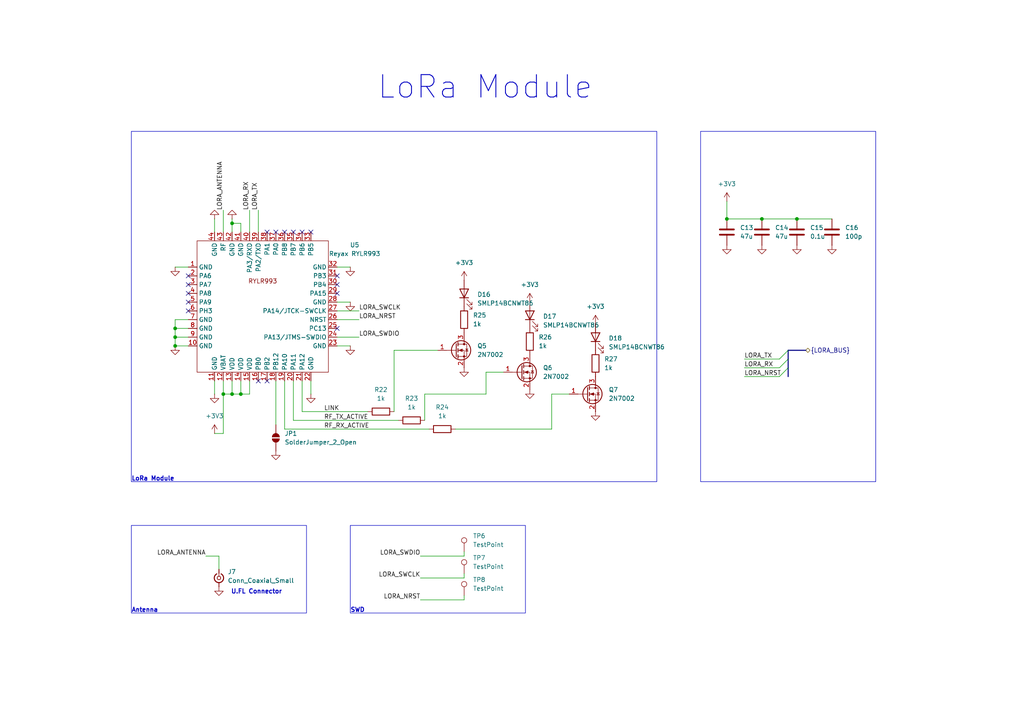
<source format=kicad_sch>
(kicad_sch (version 20250114) (generator "eeschema") (generator_version "9.0")
  (paper "A4")
  (title_block (title "${BOARD_NAME}") (date "${RELEASE_DATE}") (rev "${REVISION}") (company "${COMPANY}") (comment 1 "${VARIANT}"))
  (lib_symbols
    (symbol "Connector:Conn_Coaxial_Small" (pin_numbers (hide yes)) (pin_names (offset 1.016) (hide yes))
      (property "Reference" "J" (at 0.254 3.048 0))
      (property "Value" "Conn_Coaxial_Small" (at 0 -3.81 0))
      (symbol "Conn_Coaxial_Small_0_1"
        (polyline (pts (xy -2.54 0) (xy -0.508 0)))
        (circle (center 0 0) (radius 0.508) (stroke (width 0.2032)))
      )
      (symbol "Conn_Coaxial_Small_1_1"
        (arc (start 1.3484 0.0039) (mid 0.327 -1.308) (end -1.1916 -0.6311) (stroke (width 0.3048)))
        (arc (start -1.1916 0.6311) (mid 0.327 1.3081) (end 1.3484 -0.0039) (stroke (width 0.3048)))
        (pin passive line (at -2.54 0 0) (length 1.27) (name "In") (number "1"))
        (pin passive line (at 2.54 0 180) (length 1.27) (name "Ext") (number "2"))
      )
    )
    (symbol "Connector:TestPoint" (pin_numbers (hide yes)) (pin_names (offset 0.762) (hide yes))
      (property "Reference" "TP" (at 0 6.858 0))
      (property "Value" "TestPoint" (at 0 5.08 0))
      (symbol "TestPoint_0_1"
        (circle (center 0 3.302) (radius 0.762))
      )
      (symbol "TestPoint_1_1"
        (pin passive line (at 0 0 90) (length 2.54) (name "1") (number "1"))
      )
    )
    (symbol "Device:C" (pin_numbers (hide yes)) (pin_names (offset 0.254))
      (property "Reference" "C" (at 0.635 2.54 0))
      (property "Value" "C" (at 0.635 -2.54 0))
      (symbol "C_0_1"
        (polyline (pts (xy -2.032 0.762) (xy 2.032 0.762)) (stroke (width 0.508)))
        (polyline (pts (xy -2.032 -0.762) (xy 2.032 -0.762)) (stroke (width 0.508)))
      )
      (symbol "C_1_1"
        (pin passive line (at 0 3.81 270) (length 2.794) (name "~") (number "1"))
        (pin passive line (at 0 -3.81 90) (length 2.794) (name "~") (number "2"))
      )
    )
    (symbol "Device:LED" (pin_numbers (hide yes)) (pin_names (offset 1.016) (hide yes))
      (property "Reference" "D" (at 0 2.54 0))
      (property "Value" "LED" (at 0 -2.54 0))
      (symbol "LED_0_1"
        (polyline (pts (xy -3.048 -0.762) (xy -4.572 -2.286) (xy -3.81 -2.286) (xy -4.572 -2.286) (xy -4.572 -1.524)))
        (polyline (pts (xy -1.778 -0.762) (xy -3.302 -2.286) (xy -2.54 -2.286) (xy -3.302 -2.286) (xy -3.302 -1.524)))
        (polyline (pts (xy -1.27 0) (xy 1.27 0)))
        (polyline (pts (xy -1.27 -1.27) (xy -1.27 1.27)) (stroke (width 0.254)))
        (polyline (pts (xy 1.27 -1.27) (xy 1.27 1.27) (xy -1.27 0) (xy 1.27 -1.27)) (stroke (width 0.254)))
      )
      (symbol "LED_1_1"
        (pin passive line (at -3.81 0 0) (length 2.54) (name "K") (number "1"))
        (pin passive line (at 3.81 0 180) (length 2.54) (name "A") (number "2"))
      )
    )
    (symbol "Device:R" (pin_numbers (hide yes)) (pin_names (offset 0))
      (property "Reference" "R" (at 2.032 0 90))
      (property "Value" "R" (at 0 0 90))
      (symbol "R_0_1"
        (rectangle (start -1.016 -2.54) (end 1.016 2.54) (stroke (width 0.254)))
      )
      (symbol "R_1_1"
        (pin passive line (at 0 3.81 270) (length 1.27) (name "~") (number "1"))
        (pin passive line (at 0 -3.81 90) (length 1.27) (name "~") (number "2"))
      )
    )
    (symbol "Jumper:SolderJumper_2_Open" (pin_numbers (hide yes)) (pin_names (offset 0) (hide yes)) (in_bom no)
      (property "Reference" "JP" (at 0 2.032 0))
      (property "Value" "SolderJumper_2_Open" (at 0 -2.54 0))
      (symbol "SolderJumper_2_Open_0_1"
        (polyline (pts (xy -0.254 1.016) (xy -0.254 -1.016)))
        (arc (start -0.254 -1.016) (mid -1.2656 0) (end -0.254 1.016))
        (arc (start -0.254 -1.016) (mid -1.2656 0) (end -0.254 1.016) (fill (type outline)))
        (arc (start 0.254 1.016) (mid 1.2656 0) (end 0.254 -1.016))
        (arc (start 0.254 1.016) (mid 1.2656 0) (end 0.254 -1.016) (fill (type outline)))
        (polyline (pts (xy 0.254 1.016) (xy 0.254 -1.016)))
      )
      (symbol "SolderJumper_2_Open_1_1"
        (pin passive line (at -3.81 0 0) (length 2.54) (name "A") (number "1"))
        (pin passive line (at 3.81 0 180) (length 2.54) (name "B") (number "2"))
      )
    )
    (symbol "Reyax_LoRa:RYLR993"
      (property "Reference" "U" (at 0 0 0))
      (property "Value" "Reyax RYL993" (at 0 0 0))
      (symbol "RYLR993_0_1"
        (rectangle (start -19.05 19.05) (end 19.05 -19.05))
      )
      (symbol "RYLR993_1_1"
        (text "RYLR993" (at 0 7.366 0) (effects (font (size 1.27 1.27))))
        (pin power_in line (at -21.59 11.43 0) (length 2.54) (name "GND") (number "1"))
        (pin bidirectional line (at -21.59 8.89 0) (length 2.54) (name "PA6") (number "2"))
        (pin bidirectional line (at -21.59 6.35 0) (length 2.54) (name "PA7") (number "3"))
        (pin bidirectional line (at -21.59 3.81 0) (length 2.54) (name "PA8") (number "4"))
        (pin bidirectional line (at -21.59 1.27 0) (length 2.54) (name "PA9") (number "5"))
        (pin input line (at -21.59 -1.27 0) (length 2.54) (name "PH3") (number "6"))
        (pin power_in line (at -21.59 -3.81 0) (length 2.54) (name "GND") (number "7"))
        (pin power_in line (at -21.59 -6.35 0) (length 2.54) (name "GND") (number "8"))
        (pin power_in line (at -21.59 -8.89 0) (length 2.54) (name "GND") (number "9"))
        (pin power_in line (at -21.59 -11.43 0) (length 2.54) (name "GND") (number "10"))
        (pin power_in line (at -13.97 21.59 270) (length 2.54) (name "GND") (number "44"))
        (pin power_in line (at -13.97 -21.59 90) (length 2.54) (name "GND") (number "11"))
        (pin bidirectional line (at -11.43 21.59 270) (length 2.54) (name "RF") (number "43"))
        (pin power_in line (at -11.43 -21.59 90) (length 2.54) (name "VBAT") (number "12"))
        (pin power_in line (at -8.89 21.59 270) (length 2.54) (name "GND") (number "42"))
        (pin power_in line (at -8.89 -21.59 90) (length 2.54) (name "VDD") (number "13"))
        (pin power_in line (at -6.35 21.59 270) (length 2.54) (name "GND") (number "41"))
        (pin power_in line (at -6.35 -21.59 90) (length 2.54) (name "VDD") (number "14"))
        (pin input line (at -3.81 21.59 270) (length 2.54) (name "PA3/RXD") (number "40"))
        (pin power_in line (at -3.81 -21.59 90) (length 2.54) (name "VDD") (number "15"))
        (pin output line (at -1.27 21.59 270) (length 2.54) (name "PA2/TXD") (number "39"))
        (pin bidirectional line (at -1.27 -21.59 90) (length 2.54) (name "PB0") (number "16"))
        (pin bidirectional line (at 1.27 21.59 270) (length 2.54) (name "PA1") (number "38"))
        (pin bidirectional line (at 1.27 -21.59 90) (length 2.54) (name "PB2") (number "17"))
        (pin bidirectional line (at 3.81 21.59 270) (length 2.54) (name "PA0") (number "37"))
        (pin bidirectional line (at 3.81 -21.59 90) (length 2.54) (name "PB12") (number "18"))
        (pin bidirectional line (at 6.35 21.59 270) (length 2.54) (name "PB8") (number "36"))
        (pin output line (at 6.35 -21.59 90) (length 2.54) (name "PA10") (number "19"))
        (pin bidirectional line (at 8.89 21.59 270) (length 2.54) (name "PB7") (number "35"))
        (pin output line (at 8.89 -21.59 90) (length 2.54) (name "PA11") (number "20"))
        (pin bidirectional line (at 11.43 21.59 270) (length 2.54) (name "PB6") (number "34"))
        (pin output line (at 11.43 -21.59 90) (length 2.54) (name "PA12") (number "21"))
        (pin bidirectional line (at 13.97 21.59 270) (length 2.54) (name "PB5") (number "33"))
        (pin power_in line (at 13.97 -21.59 90) (length 2.54) (name "GND") (number "22"))
        (pin power_in line (at 21.59 11.43 180) (length 2.54) (name "GND") (number "32"))
        (pin bidirectional line (at 21.59 8.89 180) (length 2.54) (name "PB3") (number "31"))
        (pin bidirectional line (at 21.59 6.35 180) (length 2.54) (name "PB4") (number "30"))
        (pin bidirectional line (at 21.59 3.81 180) (length 2.54) (name "PA15") (number "29"))
        (pin power_in line (at 21.59 1.27 180) (length 2.54) (name "GND") (number "28"))
        (pin bidirectional line (at 21.59 -1.27 180) (length 2.54) (name "PA14/JTCK-SWCLK") (number "27"))
        (pin input line (at 21.59 -3.81 180) (length 2.54) (name "NRST") (number "26"))
        (pin bidirectional line (at 21.59 -6.35 180) (length 2.54) (name "PC13") (number "25"))
        (pin bidirectional line (at 21.59 -8.89 180) (length 2.54) (name "PA13/JTMS-SWDIO") (number "24"))
        (pin power_in line (at 21.59 -11.43 180) (length 2.54) (name "GND") (number "23"))
      )
    )
    (symbol "Transistor_FET:2N7002" (pin_names (offset 0) (hide yes))
      (property "Reference" "Q" (at 5.08 1.905 0))
      (property "Value" "2N7002" (at 5.08 0 0))
      (symbol "2N7002_0_1"
        (polyline (pts (xy 0.254 1.905) (xy 0.254 -1.905)) (stroke (width 0.254)))
        (polyline (pts (xy 0.254 0) (xy -2.54 0)))
        (polyline (pts (xy 0.762 2.286) (xy 0.762 1.27)) (stroke (width 0.254)))
        (polyline (pts (xy 0.762 0.508) (xy 0.762 -0.508)) (stroke (width 0.254)))
        (polyline (pts (xy 0.762 -1.27) (xy 0.762 -2.286)) (stroke (width 0.254)))
        (polyline (pts (xy 0.762 -1.778) (xy 3.302 -1.778) (xy 3.302 1.778) (xy 0.762 1.778)))
        (polyline (pts (xy 1.016 0) (xy 2.032 0.381) (xy 2.032 -0.381) (xy 1.016 0)) (fill (type outline)))
        (circle (center 1.651 0) (radius 2.794) (stroke (width 0.254)))
        (polyline (pts (xy 2.54 2.54) (xy 2.54 1.778)))
        (circle (center 2.54 1.778) (radius 0.254) (fill (type outline)))
        (circle (center 2.54 -1.778) (radius 0.254) (fill (type outline)))
        (polyline (pts (xy 2.54 -2.54) (xy 2.54 0) (xy 0.762 0)))
        (polyline (pts (xy 2.921 0.381) (xy 3.683 0.381)))
        (polyline (pts (xy 3.302 0.381) (xy 2.921 -0.254) (xy 3.683 -0.254) (xy 3.302 0.381)))
      )
      (symbol "2N7002_1_1"
        (pin input line (at -5.08 0 0) (length 2.54) (name "G") (number "1"))
        (pin passive line (at 2.54 5.08 270) (length 2.54) (name "D") (number "3"))
        (pin passive line (at 2.54 -5.08 90) (length 2.54) (name "S") (number "2"))
      )
    )
    (symbol "power:+3V3" (power) (pin_numbers (hide yes)) (pin_names (offset 0) (hide yes))
      (property "Value" "+3V3" (at 0 3.556 0))
      (symbol "+3V3_0_1"
        (polyline (pts (xy -0.762 1.27) (xy 0 2.54)))
        (polyline (pts (xy 0 2.54) (xy 0.762 1.27)))
        (polyline (pts (xy 0 0) (xy 0 2.54)))
      )
      (symbol "+3V3_1_1"
        (pin power_in line (at 0 0 90) (length 0) (name "~") (number "1"))
      )
    )
    (symbol "power:GND" (power) (pin_numbers (hide yes)) (pin_names (offset 0) (hide yes))
      (property "Value" "GND" (at 0 -3.81 0))
      (symbol "GND_0_1"
        (polyline (pts (xy 0 0) (xy 0 -1.27) (xy 1.27 -1.27) (xy 0 -2.54) (xy -1.27 -1.27) (xy 0 -1.27)))
      )
      (symbol "GND_1_1"
        (pin power_in line (at 0 0 270) (length 0) (name "~") (number "1"))
      )
    )
  )
  (bus_alias "LORA_BUS" (members "LORA_TX" "LORA_RX" "LORA_NRST"))
  (rectangle (start 101.6 152.4) (end 152.4 177.8))
  (rectangle (start 38.1 38.1) (end 190.5 139.7))
  (rectangle (start 38.1 152.4) (end 88.9 177.8))
  (rectangle (start 203.2 38.1) (end 254 139.7))
  (text "U.FL Connector" (at 74.422 171.704 0) (effects (font (size 1.27 1.27) (thickness 0.254) (bold yes))))
  (text "Antenna" (at 38.1 177.8 0) (effects (font (size 1.27 1.27) (thickness 0.254) (bold yes)) (justify left bottom)))
  (text "SWD" (at 101.6 177.8 0) (effects (font (size 1.27 1.27) (thickness 0.254) (bold yes)) (justify left bottom)))
  (text "LoRa Module" (at 140.716 25.4 0) (effects (font (size 6.5024 6.5024) (thickness 0.254) (bold yes))))
  (text "LoRa Module" (at 38.1 139.7 0) (effects (font (size 1.27 1.27) (thickness 0.254) (bold yes)) (justify left bottom)))
  (junction (at 67.31 114.3))
  (junction (at 220.98 63.5))
  (junction (at 50.8 97.79))
  (junction (at 50.8 95.25))
  (junction (at 50.8 100.33))
  (junction (at 210.82 63.5))
  (junction (at 64.77 114.3))
  (junction (at 67.31 64.77))
  (junction (at 231.14 63.5))
  (junction (at 69.85 114.3))
  (no_connect (at 77.47 110.49))
  (no_connect (at 80.01 67.31))
  (no_connect (at 97.79 85.09))
  (no_connect (at 97.79 95.25))
  (no_connect (at 82.55 67.31))
  (no_connect (at 54.61 85.09))
  (no_connect (at 74.93 110.49))
  (no_connect (at 54.61 87.63))
  (no_connect (at 77.47 67.31))
  (no_connect (at 90.17 67.31))
  (no_connect (at 54.61 82.55))
  (no_connect (at 97.79 82.55))
  (no_connect (at 54.61 80.01))
  (no_connect (at 85.09 67.31))
  (no_connect (at 87.63 67.31))
  (no_connect (at 97.79 80.01))
  (no_connect (at 54.61 90.17))
  (bus_entry (at 228.6 101.6) (size -2.54 2.54))
  (bus_entry (at 228.6 104.14) (size -2.54 2.54))
  (bus_entry (at 228.6 106.68) (size -2.54 2.54))
  (wire (pts (xy 97.79 100.33) (xy 101.6 100.33)))
  (wire (pts (xy 54.61 92.71) (xy 50.8 92.71)))
  (wire (pts (xy 62.23 110.49) (xy 62.23 114.3)))
  (wire (pts (xy 85.09 110.49) (xy 85.09 121.92)))
  (wire (pts (xy 67.31 110.49) (xy 67.31 114.3)))
  (wire (pts (xy 97.79 77.47) (xy 101.6 77.47)))
  (wire (pts (xy 123.19 114.3) (xy 140.97 114.3)))
  (wire (pts (xy 104.14 90.17) (xy 97.79 90.17)))
  (wire (pts (xy 87.63 119.38) (xy 106.68 119.38)))
  (wire (pts (xy 134.62 167.64) (xy 121.92 167.64)))
  (bus (pts (xy 233.68 101.6) (xy 228.6 101.6)))
  (wire (pts (xy 134.62 167.64) (xy 134.62 166.37)))
  (wire (pts (xy 132.08 124.46) (xy 160.02 124.46)))
  (wire (pts (xy 210.82 63.5) (xy 220.98 63.5)))
  (wire (pts (xy 160.02 114.3) (xy 165.1 114.3)))
  (wire (pts (xy 140.97 114.3) (xy 140.97 107.95)))
  (wire (pts (xy 69.85 110.49) (xy 69.85 114.3)))
  (wire (pts (xy 74.93 60.96) (xy 74.93 67.31)))
  (wire (pts (xy 215.9 104.14) (xy 226.06 104.14)))
  (wire (pts (xy 134.62 173.99) (xy 121.92 173.99)))
  (wire (pts (xy 64.77 125.73) (xy 62.23 125.73)))
  (wire (pts (xy 50.8 97.79) (xy 54.61 97.79)))
  (wire (pts (xy 134.62 161.29) (xy 121.92 161.29)))
  (wire (pts (xy 80.01 110.49) (xy 80.01 123.19)))
  (wire (pts (xy 87.63 110.49) (xy 87.63 119.38)))
  (wire (pts (xy 50.8 95.25) (xy 50.8 97.79)))
  (wire (pts (xy 69.85 114.3) (xy 67.31 114.3)))
  (wire (pts (xy 215.9 106.68) (xy 226.06 106.68)))
  (wire (pts (xy 59.69 161.29) (xy 63.5 161.29)))
  (wire (pts (xy 82.55 124.46) (xy 82.55 110.49)))
  (wire (pts (xy 64.77 110.49) (xy 64.77 114.3)))
  (wire (pts (xy 231.14 63.5) (xy 241.3 63.5)))
  (wire (pts (xy 50.8 95.25) (xy 54.61 95.25)))
  (wire (pts (xy 160.02 124.46) (xy 160.02 114.3)))
  (wire (pts (xy 63.5 161.29) (xy 63.5 165.1)))
  (bus (pts (xy 228.6 104.14) (xy 228.6 106.68)))
  (wire (pts (xy 64.77 114.3) (xy 64.77 125.73)))
  (wire (pts (xy 72.39 60.96) (xy 72.39 67.31)))
  (wire (pts (xy 210.82 58.42) (xy 210.82 63.5)))
  (wire (pts (xy 104.14 97.79) (xy 97.79 97.79)))
  (wire (pts (xy 140.97 107.95) (xy 146.05 107.95)))
  (wire (pts (xy 134.62 161.29) (xy 134.62 160.02)))
  (wire (pts (xy 50.8 92.71) (xy 50.8 95.25)))
  (wire (pts (xy 67.31 114.3) (xy 64.77 114.3)))
  (bus (pts (xy 228.6 101.6) (xy 228.6 104.14)))
  (wire (pts (xy 50.8 77.47) (xy 54.61 77.47)))
  (wire (pts (xy 67.31 64.77) (xy 69.85 64.77)))
  (wire (pts (xy 104.14 92.71) (xy 97.79 92.71)))
  (wire (pts (xy 67.31 63.5) (xy 67.31 64.77)))
  (wire (pts (xy 62.23 63.5) (xy 62.23 67.31)))
  (wire (pts (xy 134.62 173.99) (xy 134.62 172.72)))
  (bus (pts (xy 228.6 106.68) (xy 228.6 109.22)))
  (wire (pts (xy 64.77 60.96) (xy 64.77 67.31)))
  (wire (pts (xy 220.98 63.5) (xy 231.14 63.5)))
  (wire (pts (xy 50.8 97.79) (xy 50.8 100.33)))
  (wire (pts (xy 114.3 101.6) (xy 127 101.6)))
  (wire (pts (xy 85.09 121.92) (xy 115.57 121.92)))
  (wire (pts (xy 69.85 64.77) (xy 69.85 67.31)))
  (wire (pts (xy 72.39 110.49) (xy 72.39 114.3)))
  (wire (pts (xy 90.17 110.49) (xy 90.17 114.3)))
  (wire (pts (xy 215.9 109.22) (xy 226.06 109.22)))
  (wire (pts (xy 82.55 124.46) (xy 124.46 124.46)))
  (wire (pts (xy 50.8 100.33) (xy 54.61 100.33)))
  (wire (pts (xy 97.79 87.63) (xy 101.6 87.63)))
  (wire (pts (xy 67.31 64.77) (xy 67.31 67.31)))
  (wire (pts (xy 72.39 114.3) (xy 69.85 114.3)))
  (wire (pts (xy 114.3 119.38) (xy 114.3 101.6)))
  (wire (pts (xy 123.19 121.92) (xy 123.19 114.3)))
  (label "LORA_ANTENNA" (at 64.77 60.96 90))
  (label "LORA_NRST" (at 121.92 173.99 180))
  (label "LORA_ANTENNA" (at 59.69 161.29 180))
  (label "LORA_NRST" (at 104.14 92.71 0))
  (label "LORA_SWCLK" (at 104.14 90.17 0))
  (label "LORA_TX" (at 74.93 60.96 90))
  (label "LORA_NRST" (at 215.9 109.22 0))
  (label "LORA_RX" (at 215.9 106.68 0))
  (label "LINK" (at 93.98 119.38 0))
  (label "LORA_RX" (at 72.39 60.96 90))
  (label "LORA_SWCLK" (at 121.92 167.64 180))
  (label "LORA_SWDIO" (at 121.92 161.29 180))
  (label "RF_RX_ACTIVE" (at 93.98 124.46 0))
  (label "LORA_TX" (at 215.9 104.14 0))
  (label "LORA_SWDIO" (at 104.14 97.79 0))
  (label "RF_TX_ACTIVE" (at 93.98 121.92 0))
  (hierarchical_label "{LORA_BUS}" (shape bidirectional) (at 233.68 101.6 0))
  (symbol (lib_id "Device:C") (at 210.82 67.31 0) (unit 1)
    (property "Reference" "C13" (at 214.63 66.0399 0) (effects (justify left)))
    (property "Value" "47u" (at 214.63 68.5799 0) (effects (justify left)))
    (property "Footprint" "Capacitor_SMD:C_0805_2012Metric" (effects (hide yes)))
    (property "Datasheet" "https://www.samsungsem.com/resources/file/global/support/product_catalog/MLCC.pdf" (effects (hide yes)))
    (property "Description" "Unpolarized capacitor" (effects (hide yes)))
    (property "JLC Part Type" "Basic" (effects (hide yes)))
    (property "Manafacturer" "Samsung Electro-Mechanics" (effects (hide yes)))
    (property "Part Number" "CL21A476MQYNNNE" (effects (hide yes)))
  )
  (symbol (lib_id "Device:R") (at 153.67 99.06 180) (unit 1)
    (property "Reference" "R26" (at 156.21 97.7899 0) (effects (justify right)))
    (property "Value" "1k" (at 156.21 100.3299 0) (effects (justify right)))
    (property "Footprint" "Resistor_SMD:R_0402_1005Metric_Pad0.72x0.64mm_HandSolder" (effects (hide yes)))
    (property "Datasheet" "https://www.mouser.com/datasheet/3/5925/1/1.pdf" (effects (hide yes)))
    (property "Description" "Resistor" (effects (hide yes)))
    (property "JLC Part Type" "Basic" (effects (hide yes)))
    (property "Manafacturer" "Royalohm" (effects (hide yes)))
    (property "Part Number" "0402WGF1001TCE" (effects (hide yes)))
  )
  (symbol (lib_id "power:+3V3") (at 153.67 87.63 0) (unit 1)
    (property "Reference" "#PWR073" (effects (hide yes)))
    (property "Value" "+3V3" (at 153.67 82.55 0))
    (property "Description" "Power symbol creates a global label with name \"+3V3\"" (effects (hide yes)))
  )
  (symbol (lib_id "power:GND") (at 231.14 71.12 0) (unit 1)
    (property "Reference" "#PWR080" (effects (hide yes)))
    (property "Value" "GND" (effects (hide yes)))
    (property "Description" "Power symbol creates a global label with name \"GND\" , ground" (effects (hide yes)))
  )
  (symbol (lib_id "Device:C") (at 231.14 67.31 0) (unit 1)
    (property "Reference" "C15" (at 234.95 66.0399 0) (effects (justify left)))
    (property "Value" "0.1u" (at 234.95 68.5799 0) (effects (justify left)))
    (property "Footprint" "Capacitor_SMD:C_0402_1005Metric" (effects (hide yes)))
    (property "Datasheet" "https://www.samsungsem.com/resources/file/global/support/product_catalog/MLCC.pdf" (effects (hide yes)))
    (property "Description" "Unpolarized capacitor" (effects (hide yes)))
    (property "JLC Part Type" "Basic" (effects (hide yes)))
    (property "Manafacturer" "Samsung Electro-Mechanics" (effects (hide yes)))
    (property "Part Number" "CL05B104KO5NNNC" (effects (hide yes)))
  )
  (symbol (lib_id "power:+3V3") (at 62.23 125.73 0) (unit 1)
    (property "Reference" "#PWR067" (effects (hide yes)))
    (property "Value" "+3V3" (at 62.23 120.65 0))
    (property "Description" "Power symbol creates a global label with name \"+3V3\"" (effects (hide yes)))
  )
  (symbol (lib_id "Transistor_FET:2N7002") (at 151.13 107.95 0) (unit 1)
    (property "Reference" "Q6" (at 157.48 106.6799 0) (effects (justify left)))
    (property "Value" "2N7002" (at 157.48 109.2199 0) (effects (justify left)))
    (property "Footprint" "Package_TO_SOT_SMD:SOT-23" (effects (hide yes)))
    (property "Datasheet" "https://www.onsemi.com/pub/Collateral/NDS7002A-D.PDF" (effects (hide yes)))
    (property "Description" "0.115A Id, 60V Vds, N-Channel MOSFET, SOT-23" (effects (hide yes)))
    (property "JLC Part Type" "Basic" (effects (hide yes)))
    (property "Manafacturer" "onsemi / Fairchild" (effects (hide yes)))
    (property "Part Number" "2N7002" (effects (hide yes)))
  )
  (symbol (lib_id "Device:LED") (at 134.62 85.09 90) (unit 1)
    (property "Reference" "D16" (at 138.43 85.4074 90) (effects (justify right)))
    (property "Value" "SMLP14BCNWT86" (at 138.43 87.9474 90) (effects (justify right)))
    (property "Footprint" "LED_SMD:LED_0402_1005Metric" (effects (hide yes)))
    (property "Datasheet" "https://www.rohm.com/datasheet?p=SMLP14BCNW&dist=Mouser&media=referral&source=mouser.com&campaign=Mouser" (effects (hide yes)))
    (property "Description" "Light emitting diode" (effects (hide yes)))
    (property "Sim.Pins" "1=K 2=A" (effects (hide yes)))
    (property "JLC Part Type" "Extended" (effects (hide yes)))
    (property "Manafacturer" "Rohm Semiconductor" (effects (hide yes)))
    (property "Part Number" "SMLP14BCNWT86" (effects (hide yes)))
  )
  (symbol (lib_id "power:GND") (at 101.6 77.47 0) (unit 1)
    (property "Reference" "#PWR065" (effects (hide yes)))
    (property "Value" "GND" (effects (hide yes)))
    (property "Description" "Power symbol creates a global label with name \"GND\" , ground" (effects (hide yes)))
  )
  (symbol (lib_id "Connector:TestPoint") (at 134.62 160.02 0) (unit 1)
    (property "Reference" "TP6" (at 137.16 155.4479 0) (effects (justify left)))
    (property "Value" "TestPoint" (at 137.16 157.9879 0) (effects (justify left)))
    (property "Footprint" "TestPoint:TestPoint_Pad_D1.0mm" (effects (hide yes)))
    (property "Description" "test point" (effects (hide yes)))
  )
  (symbol (lib_id "Connector:TestPoint") (at 134.62 172.72 0) (unit 1)
    (property "Reference" "TP8" (at 137.16 168.1479 0) (effects (justify left)))
    (property "Value" "TestPoint" (at 137.16 170.6879 0) (effects (justify left)))
    (property "Footprint" "TestPoint:TestPoint_Pad_D1.0mm" (effects (hide yes)))
    (property "Description" "test point" (effects (hide yes)))
  )
  (symbol (lib_id "power:GND") (at 50.8 100.33 0) (unit 1)
    (property "Reference" "#PWR061" (effects (hide yes)))
    (property "Value" "GND" (effects (hide yes)))
    (property "Description" "Power symbol creates a global label with name \"GND\" , ground" (effects (hide yes)))
  )
  (symbol (lib_id "power:GND") (at 90.17 114.3 0) (unit 1)
    (property "Reference" "#PWR063" (effects (hide yes)))
    (property "Value" "GND" (effects (hide yes)))
    (property "Description" "Power symbol creates a global label with name \"GND\" , ground" (effects (hide yes)))
  )
  (symbol (lib_id "power:+3V3") (at 134.62 81.28 0) (unit 1)
    (property "Reference" "#PWR072" (effects (hide yes)))
    (property "Value" "+3V3" (at 134.62 76.2 0))
    (property "Description" "Power symbol creates a global label with name \"+3V3\"" (effects (hide yes)))
  )
  (symbol (lib_id "power:GND") (at 62.23 114.3 0) (unit 1)
    (property "Reference" "#PWR062" (effects (hide yes)))
    (property "Value" "GND" (effects (hide yes)))
    (property "Description" "Power symbol creates a global label with name \"GND\" , ground" (effects (hide yes)))
  )
  (symbol (lib_id "Device:LED") (at 172.72 97.79 90) (unit 1)
    (property "Reference" "D18" (at 176.53 98.1074 90) (effects (justify right)))
    (property "Value" "SMLP14BCNWT86" (at 176.53 100.6474 90) (effects (justify right)))
    (property "Footprint" "LED_SMD:LED_0402_1005Metric" (effects (hide yes)))
    (property "Datasheet" "https://www.rohm.com/datasheet?p=SMLP14BCNW&dist=Mouser&media=referral&source=mouser.com&campaign=Mouser" (effects (hide yes)))
    (property "Description" "Light emitting diode" (effects (hide yes)))
    (property "Sim.Pins" "1=K 2=A" (effects (hide yes)))
    (property "JLC Part Type" "Extended" (effects (hide yes)))
    (property "Manafacturer" "Rohm Semiconductor" (effects (hide yes)))
    (property "Part Number" "SMLP14BCNWT86" (effects (hide yes)))
  )
  (symbol (lib_id "power:GND") (at 172.72 119.38 0) (unit 1)
    (property "Reference" "#PWR071" (effects (hide yes)))
    (property "Value" "GND" (effects (hide yes)))
    (property "Description" "Power symbol creates a global label with name \"GND\" , ground" (effects (hide yes)))
  )
  (symbol (lib_id "Connector:Conn_Coaxial_Small") (at 63.5 167.64 270) (unit 1)
    (property "Reference" "J7" (at 66.04 165.8503 90) (effects (justify left)))
    (property "Value" "Conn_Coaxial_Small" (at 66.04 168.3903 90) (effects (justify left)))
    (property "Footprint" "Connector_Coaxial:U.FL_Molex_MCRF_73412-0110_Vertical" (effects (hide yes)))
    (property "Datasheet" "https://www.molex.com/en-us/products/part-detail/734120110?display=pdf" (effects (hide yes)))
    (property "Description" "small coaxial connector (BNC, SMA, SMB, SMC, Cinch/RCA, LEMO, ...)" (effects (hide yes)))
    (property "JLC Part Type" "Extended" (effects (hide yes)))
    (property "Manafacturer" " Molex" (effects (hide yes)))
    (property "Part Number" " 0734120110" (effects (hide yes)))
  )
  (symbol (lib_id "power:GND") (at 241.3 71.12 0) (unit 1)
    (property "Reference" "#PWR081" (effects (hide yes)))
    (property "Value" "GND" (effects (hide yes)))
    (property "Description" "Power symbol creates a global label with name \"GND\" , ground" (effects (hide yes)))
  )
  (symbol (lib_id "power:GND") (at 220.98 71.12 0) (unit 1)
    (property "Reference" "#PWR079" (effects (hide yes)))
    (property "Value" "GND" (effects (hide yes)))
    (property "Description" "Power symbol creates a global label with name \"GND\" , ground" (effects (hide yes)))
  )
  (symbol (lib_id "power:GND") (at 134.62 106.68 0) (unit 1)
    (property "Reference" "#PWR069" (effects (hide yes)))
    (property "Value" "GND" (effects (hide yes)))
    (property "Description" "Power symbol creates a global label with name \"GND\" , ground" (effects (hide yes)))
  )
  (symbol (lib_id "power:GND") (at 153.67 113.03 0) (unit 1)
    (property "Reference" "#PWR070" (effects (hide yes)))
    (property "Value" "GND" (effects (hide yes)))
    (property "Description" "Power symbol creates a global label with name \"GND\" , ground" (effects (hide yes)))
  )
  (symbol (lib_id "power:+3V3") (at 210.82 58.42 0) (unit 1)
    (property "Reference" "#PWR083" (effects (hide yes)))
    (property "Value" "+3V3" (at 210.82 53.34 0))
    (property "Description" "Power symbol creates a global label with name \"+3V3\"" (effects (hide yes)))
  )
  (symbol (lib_id "Reyax_LoRa:RYLR993") (at 76.2 88.9 0) (unit 1)
    (property "Reference" "U5" (at 102.87 71.0498 0))
    (property "Value" "Reyax RYLR993" (at 102.87 73.5898 0))
    (property "Footprint" "Reyax_LoRa:RYLR993" (effects (hide yes)))
    (property "Datasheet" "https://reyax.com//upload/products_download/download_file/RYLR993_EN.pdf" (effects (hide yes)))
    (property "Description" "868/915MHz LoRaWAN® & Proprietary Dual Mode Transceiver Module" (effects (hide yes)))
    (property "JLC Part Type" "Extended" (effects (hide yes)))
    (property "Manafacturer" "REYAX" (effects (hide yes)))
    (property "Part Number" "RYLR993" (effects (hide yes)))
  )
  (symbol (lib_id "Device:C") (at 241.3 67.31 0) (unit 1)
    (property "Reference" "C16" (at 245.11 66.0399 0) (effects (justify left)))
    (property "Value" "100p" (at 245.11 68.5799 0) (effects (justify left)))
    (property "Footprint" "Capacitor_SMD:C_0201_0603Metric" (effects (hide yes)))
    (property "Datasheet" "https://www.samsungsem.com/resources/file/global/support/product_catalog/MLCC.pdf" (effects (hide yes)))
    (property "Description" "Unpolarized capacitor" (effects (hide yes)))
    (property "JLC Part Type" "Basic" (effects (hide yes)))
    (property "Manafacturer" "Samsung Electro-Mechanics" (effects (hide yes)))
    (property "Part Number" "CL10C101JB8NNNC" (effects (hide yes)))
  )
  (symbol (lib_id "Device:R") (at 119.38 121.92 90) (unit 1)
    (property "Reference" "R23" (at 119.38 115.57 90))
    (property "Value" "1k" (at 119.38 118.11 90))
    (property "Footprint" "Resistor_SMD:R_0402_1005Metric_Pad0.72x0.64mm_HandSolder" (effects (hide yes)))
    (property "Datasheet" "https://www.mouser.com/datasheet/3/5925/1/1.pdf" (effects (hide yes)))
    (property "Description" "Resistor" (effects (hide yes)))
    (property "JLC Part Type" "Basic" (effects (hide yes)))
    (property "Manafacturer" "Royalohm" (effects (hide yes)))
    (property "Part Number" "0402WGF1001TCE" (effects (hide yes)))
  )
  (symbol (lib_id "Jumper:SolderJumper_2_Open") (at 80.01 127 90) (unit 1) (in_bom no)
    (property "Reference" "JP1" (at 82.55 125.7299 90) (effects (justify right)))
    (property "Value" "SolderJumper_2_Open" (at 82.55 128.2699 90) (effects (justify right)))
    (property "Footprint" "Jumper:SolderJumper-2_P1.3mm_Open_Pad1.0x1.5mm" (effects (hide yes)))
    (property "Description" "Solder Jumper, 2-pole, open" (effects (hide yes)))
  )
  (symbol (lib_id "Device:C") (at 220.98 67.31 0) (unit 1)
    (property "Reference" "C14" (at 224.79 66.0399 0) (effects (justify left)))
    (property "Value" "47u" (at 224.79 68.5799 0) (effects (justify left)))
    (property "Footprint" "Capacitor_SMD:C_0805_2012Metric" (effects (hide yes)))
    (property "Datasheet" "https://www.samsungsem.com/resources/file/global/support/product_catalog/MLCC.pdf" (effects (hide yes)))
    (property "Description" "Unpolarized capacitor" (effects (hide yes)))
    (property "JLC Part Type" "Basic" (effects (hide yes)))
    (property "Manafacturer" "Samsung Electro-Mechanics" (effects (hide yes)))
    (property "Part Number" "CL21A476MQYNNNE" (effects (hide yes)))
  )
  (symbol (lib_id "power:GND") (at 63.5 170.18 0) (unit 1)
    (property "Reference" "#PWR077" (effects (hide yes)))
    (property "Value" "GND" (effects (hide yes)))
    (property "Description" "Power symbol creates a global label with name \"GND\" , ground" (effects (hide yes)))
  )
  (symbol (lib_id "power:GND") (at 80.01 130.81 0) (unit 1)
    (property "Reference" "#PWR068" (effects (hide yes)))
    (property "Value" "GND" (effects (hide yes)))
    (property "Description" "Power symbol creates a global label with name \"GND\" , ground" (effects (hide yes)))
  )
  (symbol (lib_id "power:+3V3") (at 172.72 93.98 0) (unit 1)
    (property "Reference" "#PWR074" (effects (hide yes)))
    (property "Value" "+3V3" (at 172.72 88.9 0))
    (property "Description" "Power symbol creates a global label with name \"+3V3\"" (effects (hide yes)))
  )
  (symbol (lib_id "Device:R") (at 128.27 124.46 90) (unit 1)
    (property "Reference" "R24" (at 128.27 118.11 90))
    (property "Value" "1k" (at 128.27 120.65 90))
    (property "Footprint" "Resistor_SMD:R_0402_1005Metric_Pad0.72x0.64mm_HandSolder" (effects (hide yes)))
    (property "Datasheet" "https://www.mouser.com/datasheet/3/5925/1/1.pdf" (effects (hide yes)))
    (property "Description" "Resistor" (effects (hide yes)))
    (property "JLC Part Type" "Basic" (effects (hide yes)))
    (property "Manafacturer" "Royalohm" (effects (hide yes)))
    (property "Part Number" "0402WGF1001TCE" (effects (hide yes)))
  )
  (symbol (lib_id "power:GND") (at 50.8 77.47 0) (unit 1)
    (property "Reference" "#PWR060" (effects (hide yes)))
    (property "Value" "GND" (effects (hide yes)))
    (property "Description" "Power symbol creates a global label with name \"GND\" , ground" (effects (hide yes)))
  )
  (symbol (lib_id "Device:LED") (at 153.67 91.44 90) (unit 1)
    (property "Reference" "D17" (at 157.48 91.7574 90) (effects (justify right)))
    (property "Value" "SMLP14BCNWT86" (at 157.48 94.2974 90) (effects (justify right)))
    (property "Footprint" "LED_SMD:LED_0402_1005Metric" (effects (hide yes)))
    (property "Datasheet" "https://www.rohm.com/datasheet?p=SMLP14BCNW&dist=Mouser&media=referral&source=mouser.com&campaign=Mouser" (effects (hide yes)))
    (property "Description" "Light emitting diode" (effects (hide yes)))
    (property "Sim.Pins" "1=K 2=A" (effects (hide yes)))
    (property "JLC Part Type" "Extended" (effects (hide yes)))
    (property "Manafacturer" "Rohm Semiconductor" (effects (hide yes)))
    (property "Part Number" "SMLP14BCNWT86" (effects (hide yes)))
  )
  (symbol (lib_id "Connector:TestPoint") (at 134.62 166.37 0) (unit 1)
    (property "Reference" "TP7" (at 137.16 161.7979 0) (effects (justify left)))
    (property "Value" "TestPoint" (at 137.16 164.3379 0) (effects (justify left)))
    (property "Footprint" "TestPoint:TestPoint_Pad_D1.0mm" (effects (hide yes)))
    (property "Description" "test point" (effects (hide yes)))
  )
  (symbol (lib_id "Device:R") (at 110.49 119.38 90) (unit 1)
    (property "Reference" "R22" (at 110.49 113.03 90))
    (property "Value" "1k" (at 110.49 115.57 90))
    (property "Footprint" "Resistor_SMD:R_0402_1005Metric_Pad0.72x0.64mm_HandSolder" (effects (hide yes)))
    (property "Datasheet" "https://www.mouser.com/datasheet/3/5925/1/1.pdf" (effects (hide yes)))
    (property "Description" "Resistor" (effects (hide yes)))
    (property "JLC Part Type" "Basic" (effects (hide yes)))
    (property "Manafacturer" "Royalohm" (effects (hide yes)))
    (property "Part Number" "0402WGF1001TCE" (effects (hide yes)))
  )
  (symbol (lib_id "Transistor_FET:2N7002") (at 132.08 101.6 0) (unit 1)
    (property "Reference" "Q5" (at 138.43 100.3299 0) (effects (justify left)))
    (property "Value" "2N7002" (at 138.43 102.8699 0) (effects (justify left)))
    (property "Footprint" "Package_TO_SOT_SMD:SOT-23" (effects (hide yes)))
    (property "Datasheet" "https://www.onsemi.com/pub/Collateral/NDS7002A-D.PDF" (effects (hide yes)))
    (property "Description" "0.115A Id, 60V Vds, N-Channel MOSFET, SOT-23" (effects (hide yes)))
    (property "JLC Part Type" "Basic" (effects (hide yes)))
    (property "Manafacturer" "onsemi / Fairchild" (effects (hide yes)))
    (property "Part Number" "2N7002" (effects (hide yes)))
  )
  (symbol (lib_id "power:GND") (at 101.6 87.63 0) (unit 1)
    (property "Reference" "#PWR066" (effects (hide yes)))
    (property "Value" "GND" (effects (hide yes)))
    (property "Description" "Power symbol creates a global label with name \"GND\" , ground" (effects (hide yes)))
  )
  (symbol (lib_id "power:GND") (at 62.23 63.5 180) (unit 1)
    (property "Reference" "#PWR075" (effects (hide yes)))
    (property "Value" "GND" (effects (hide yes)))
    (property "Description" "Power symbol creates a global label with name \"GND\" , ground" (effects (hide yes)))
  )
  (symbol (lib_id "Transistor_FET:2N7002") (at 170.18 114.3 0) (unit 1)
    (property "Reference" "Q7" (at 176.53 113.0299 0) (effects (justify left)))
    (property "Value" "2N7002" (at 176.53 115.5699 0) (effects (justify left)))
    (property "Footprint" "Package_TO_SOT_SMD:SOT-23" (effects (hide yes)))
    (property "Datasheet" "https://www.onsemi.com/pub/Collateral/NDS7002A-D.PDF" (effects (hide yes)))
    (property "Description" "0.115A Id, 60V Vds, N-Channel MOSFET, SOT-23" (effects (hide yes)))
    (property "JLC Part Type" "Basic" (effects (hide yes)))
    (property "Manafacturer" "onsemi / Fairchild" (effects (hide yes)))
    (property "Part Number" "2N7002" (effects (hide yes)))
  )
  (symbol (lib_id "power:GND") (at 101.6 100.33 0) (unit 1)
    (property "Reference" "#PWR064" (effects (hide yes)))
    (property "Value" "GND" (effects (hide yes)))
    (property "Description" "Power symbol creates a global label with name \"GND\" , ground" (effects (hide yes)))
  )
  (symbol (lib_id "power:GND") (at 210.82 71.12 0) (unit 1)
    (property "Reference" "#PWR078" (effects (hide yes)))
    (property "Value" "GND" (effects (hide yes)))
    (property "Description" "Power symbol creates a global label with name \"GND\" , ground" (effects (hide yes)))
  )
  (symbol (lib_id "power:GND") (at 67.31 63.5 180) (unit 1)
    (property "Reference" "#PWR076" (effects (hide yes)))
    (property "Value" "GND" (effects (hide yes)))
    (property "Description" "Power symbol creates a global label with name \"GND\" , ground" (effects (hide yes)))
  )
  (symbol (lib_id "Device:R") (at 134.62 92.71 180) (unit 1)
    (property "Reference" "R25" (at 137.16 91.4399 0) (effects (justify right)))
    (property "Value" "1k" (at 137.16 93.9799 0) (effects (justify right)))
    (property "Footprint" "Resistor_SMD:R_0402_1005Metric_Pad0.72x0.64mm_HandSolder" (effects (hide yes)))
    (property "Datasheet" "https://www.mouser.com/datasheet/3/5925/1/1.pdf" (effects (hide yes)))
    (property "Description" "Resistor" (effects (hide yes)))
    (property "JLC Part Type" "Basic" (effects (hide yes)))
    (property "Manafacturer" "Royalohm" (effects (hide yes)))
    (property "Part Number" "0402WGF1001TCE" (effects (hide yes)))
  )
  (symbol (lib_id "Device:R") (at 172.72 105.41 180) (unit 1)
    (property "Reference" "R27" (at 175.26 104.1399 0) (effects (justify right)))
    (property "Value" "1k" (at 175.26 106.6799 0) (effects (justify right)))
    (property "Footprint" "Resistor_SMD:R_0402_1005Metric_Pad0.72x0.64mm_HandSolder" (effects (hide yes)))
    (property "Datasheet" "https://www.mouser.com/datasheet/3/5925/1/1.pdf" (effects (hide yes)))
    (property "Description" "Resistor" (effects (hide yes)))
    (property "JLC Part Type" "Basic" (effects (hide yes)))
    (property "Manafacturer" "Royalohm" (effects (hide yes)))
    (property "Part Number" "0402WGF1001TCE" (effects (hide yes)))
  )
)
</source>
